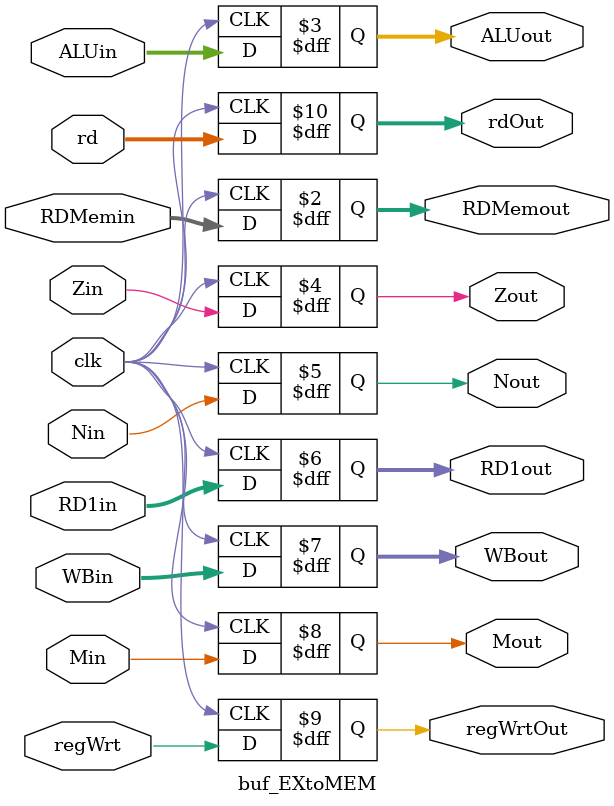
<source format=v>
`timescale 1ns / 1ps


module buf_EXtoMEM(RDMemin, ALUin, Zin, Nin, RD1in, WBin, Min, regWrt, rd, clk, 
                    RDMemout, ALUout, Zout, Nout, RD1out, WBout, Mout, regWrtOut, rdOut);
input [31:0] RDMemin;
input [31:0] ALUin;
input Zin;
input Nin;
input [31:0] RD1in;
input clk;
//control
//Jump, JumpFlag, BRZ, BRN
input [3:0] WBin;
//MemtoReg
input Min;
input regWrt;
input [5:0] rd;
output reg  [31:0] RDMemout;
output reg  [31:0] ALUout;
output reg  Zout;
output reg  Nout;
output reg  [31:0] RD1out;
output reg [3:0] WBout;
output reg Mout;
output reg regWrtOut;
output reg [5:0] rdOut;

always@(posedge clk)
begin
    RDMemout=RDMemin;
    ALUout=ALUin;
    Zout=Zin;
    Nout=Nin;
    RD1out=RD1in;
    WBout=WBin;
    Mout=Min;
    regWrtOut=regWrt;
    rdOut=rd;
end
endmodule

</source>
